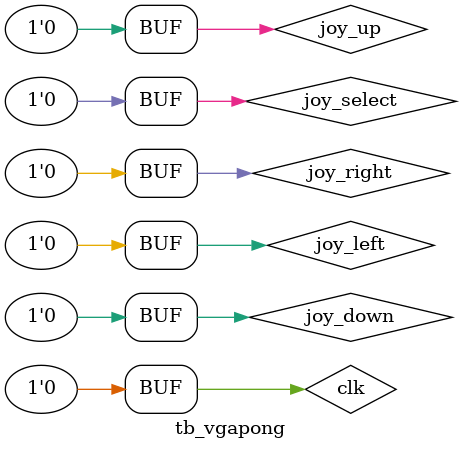
<source format=v>
`timescale 1ns / 1ps


module tb_vgapong;

	// Inputs
	reg clk;
	reg joy_right;
	reg joy_left;
	reg joy_up;
	reg joy_down;
	reg joy_select;

	// Instantiate the Unit Under Test (UUT)
	vgaPong uut (
		.clk(clk), 
		.joy_right(joy_right), 
		.joy_left(joy_left), 
		.joy_up(joy_up), 
		.joy_down(joy_down), 
		.joy_select(joy_select)
	);

	initial begin
		// Initialize Inputs
		clk = 0;
		joy_right = 0;
		joy_left = 0;
		joy_up = 0;
		joy_down = 0;
		joy_select = 0;

		// Wait 100 ns for global reset to finish
		#100;
        
		// Add stimulus here

	end
      
endmodule


</source>
